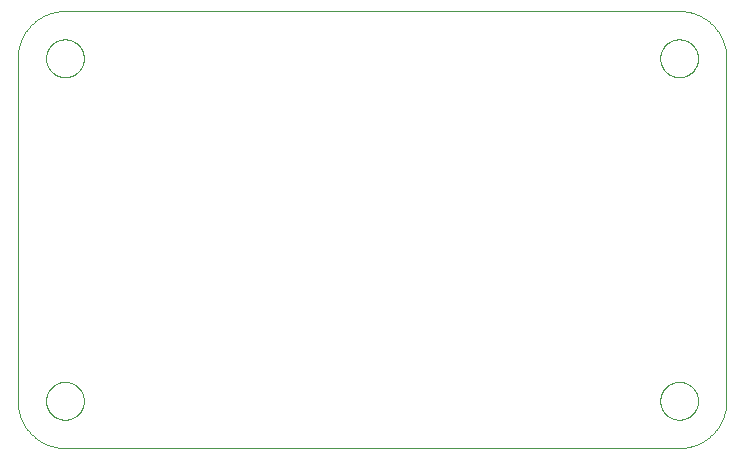
<source format=gko>
G75*
%MOIN*%
%OFA0B0*%
%FSLAX25Y25*%
%IPPOS*%
%LPD*%
%AMOC8*
5,1,8,0,0,1.08239X$1,22.5*
%
%ADD10C,0.00000*%
D10*
X0059614Y0034156D02*
X0264339Y0034156D01*
X0258040Y0049904D02*
X0258042Y0050062D01*
X0258048Y0050220D01*
X0258058Y0050378D01*
X0258072Y0050536D01*
X0258090Y0050693D01*
X0258111Y0050850D01*
X0258137Y0051006D01*
X0258167Y0051162D01*
X0258200Y0051317D01*
X0258238Y0051470D01*
X0258279Y0051623D01*
X0258324Y0051775D01*
X0258373Y0051926D01*
X0258426Y0052075D01*
X0258482Y0052223D01*
X0258542Y0052369D01*
X0258606Y0052514D01*
X0258674Y0052657D01*
X0258745Y0052799D01*
X0258819Y0052939D01*
X0258897Y0053076D01*
X0258979Y0053212D01*
X0259063Y0053346D01*
X0259152Y0053477D01*
X0259243Y0053606D01*
X0259338Y0053733D01*
X0259435Y0053858D01*
X0259536Y0053980D01*
X0259640Y0054099D01*
X0259747Y0054216D01*
X0259857Y0054330D01*
X0259970Y0054441D01*
X0260085Y0054550D01*
X0260203Y0054655D01*
X0260324Y0054757D01*
X0260447Y0054857D01*
X0260573Y0054953D01*
X0260701Y0055046D01*
X0260831Y0055136D01*
X0260964Y0055222D01*
X0261099Y0055306D01*
X0261235Y0055385D01*
X0261374Y0055462D01*
X0261515Y0055534D01*
X0261657Y0055604D01*
X0261801Y0055669D01*
X0261947Y0055731D01*
X0262094Y0055789D01*
X0262243Y0055844D01*
X0262393Y0055895D01*
X0262544Y0055942D01*
X0262696Y0055985D01*
X0262849Y0056024D01*
X0263004Y0056060D01*
X0263159Y0056091D01*
X0263315Y0056119D01*
X0263471Y0056143D01*
X0263628Y0056163D01*
X0263786Y0056179D01*
X0263943Y0056191D01*
X0264102Y0056199D01*
X0264260Y0056203D01*
X0264418Y0056203D01*
X0264576Y0056199D01*
X0264735Y0056191D01*
X0264892Y0056179D01*
X0265050Y0056163D01*
X0265207Y0056143D01*
X0265363Y0056119D01*
X0265519Y0056091D01*
X0265674Y0056060D01*
X0265829Y0056024D01*
X0265982Y0055985D01*
X0266134Y0055942D01*
X0266285Y0055895D01*
X0266435Y0055844D01*
X0266584Y0055789D01*
X0266731Y0055731D01*
X0266877Y0055669D01*
X0267021Y0055604D01*
X0267163Y0055534D01*
X0267304Y0055462D01*
X0267443Y0055385D01*
X0267579Y0055306D01*
X0267714Y0055222D01*
X0267847Y0055136D01*
X0267977Y0055046D01*
X0268105Y0054953D01*
X0268231Y0054857D01*
X0268354Y0054757D01*
X0268475Y0054655D01*
X0268593Y0054550D01*
X0268708Y0054441D01*
X0268821Y0054330D01*
X0268931Y0054216D01*
X0269038Y0054099D01*
X0269142Y0053980D01*
X0269243Y0053858D01*
X0269340Y0053733D01*
X0269435Y0053606D01*
X0269526Y0053477D01*
X0269615Y0053346D01*
X0269699Y0053212D01*
X0269781Y0053076D01*
X0269859Y0052939D01*
X0269933Y0052799D01*
X0270004Y0052657D01*
X0270072Y0052514D01*
X0270136Y0052369D01*
X0270196Y0052223D01*
X0270252Y0052075D01*
X0270305Y0051926D01*
X0270354Y0051775D01*
X0270399Y0051623D01*
X0270440Y0051470D01*
X0270478Y0051317D01*
X0270511Y0051162D01*
X0270541Y0051006D01*
X0270567Y0050850D01*
X0270588Y0050693D01*
X0270606Y0050536D01*
X0270620Y0050378D01*
X0270630Y0050220D01*
X0270636Y0050062D01*
X0270638Y0049904D01*
X0270636Y0049746D01*
X0270630Y0049588D01*
X0270620Y0049430D01*
X0270606Y0049272D01*
X0270588Y0049115D01*
X0270567Y0048958D01*
X0270541Y0048802D01*
X0270511Y0048646D01*
X0270478Y0048491D01*
X0270440Y0048338D01*
X0270399Y0048185D01*
X0270354Y0048033D01*
X0270305Y0047882D01*
X0270252Y0047733D01*
X0270196Y0047585D01*
X0270136Y0047439D01*
X0270072Y0047294D01*
X0270004Y0047151D01*
X0269933Y0047009D01*
X0269859Y0046869D01*
X0269781Y0046732D01*
X0269699Y0046596D01*
X0269615Y0046462D01*
X0269526Y0046331D01*
X0269435Y0046202D01*
X0269340Y0046075D01*
X0269243Y0045950D01*
X0269142Y0045828D01*
X0269038Y0045709D01*
X0268931Y0045592D01*
X0268821Y0045478D01*
X0268708Y0045367D01*
X0268593Y0045258D01*
X0268475Y0045153D01*
X0268354Y0045051D01*
X0268231Y0044951D01*
X0268105Y0044855D01*
X0267977Y0044762D01*
X0267847Y0044672D01*
X0267714Y0044586D01*
X0267579Y0044502D01*
X0267443Y0044423D01*
X0267304Y0044346D01*
X0267163Y0044274D01*
X0267021Y0044204D01*
X0266877Y0044139D01*
X0266731Y0044077D01*
X0266584Y0044019D01*
X0266435Y0043964D01*
X0266285Y0043913D01*
X0266134Y0043866D01*
X0265982Y0043823D01*
X0265829Y0043784D01*
X0265674Y0043748D01*
X0265519Y0043717D01*
X0265363Y0043689D01*
X0265207Y0043665D01*
X0265050Y0043645D01*
X0264892Y0043629D01*
X0264735Y0043617D01*
X0264576Y0043609D01*
X0264418Y0043605D01*
X0264260Y0043605D01*
X0264102Y0043609D01*
X0263943Y0043617D01*
X0263786Y0043629D01*
X0263628Y0043645D01*
X0263471Y0043665D01*
X0263315Y0043689D01*
X0263159Y0043717D01*
X0263004Y0043748D01*
X0262849Y0043784D01*
X0262696Y0043823D01*
X0262544Y0043866D01*
X0262393Y0043913D01*
X0262243Y0043964D01*
X0262094Y0044019D01*
X0261947Y0044077D01*
X0261801Y0044139D01*
X0261657Y0044204D01*
X0261515Y0044274D01*
X0261374Y0044346D01*
X0261235Y0044423D01*
X0261099Y0044502D01*
X0260964Y0044586D01*
X0260831Y0044672D01*
X0260701Y0044762D01*
X0260573Y0044855D01*
X0260447Y0044951D01*
X0260324Y0045051D01*
X0260203Y0045153D01*
X0260085Y0045258D01*
X0259970Y0045367D01*
X0259857Y0045478D01*
X0259747Y0045592D01*
X0259640Y0045709D01*
X0259536Y0045828D01*
X0259435Y0045950D01*
X0259338Y0046075D01*
X0259243Y0046202D01*
X0259152Y0046331D01*
X0259063Y0046462D01*
X0258979Y0046596D01*
X0258897Y0046732D01*
X0258819Y0046869D01*
X0258745Y0047009D01*
X0258674Y0047151D01*
X0258606Y0047294D01*
X0258542Y0047439D01*
X0258482Y0047585D01*
X0258426Y0047733D01*
X0258373Y0047882D01*
X0258324Y0048033D01*
X0258279Y0048185D01*
X0258238Y0048338D01*
X0258200Y0048491D01*
X0258167Y0048646D01*
X0258137Y0048802D01*
X0258111Y0048958D01*
X0258090Y0049115D01*
X0258072Y0049272D01*
X0258058Y0049430D01*
X0258048Y0049588D01*
X0258042Y0049746D01*
X0258040Y0049904D01*
X0264339Y0034156D02*
X0264720Y0034161D01*
X0265100Y0034174D01*
X0265480Y0034197D01*
X0265859Y0034230D01*
X0266237Y0034271D01*
X0266614Y0034321D01*
X0266990Y0034381D01*
X0267365Y0034449D01*
X0267737Y0034527D01*
X0268108Y0034614D01*
X0268476Y0034709D01*
X0268842Y0034814D01*
X0269205Y0034927D01*
X0269566Y0035049D01*
X0269923Y0035179D01*
X0270277Y0035319D01*
X0270628Y0035466D01*
X0270975Y0035623D01*
X0271318Y0035787D01*
X0271657Y0035960D01*
X0271992Y0036141D01*
X0272323Y0036330D01*
X0272648Y0036527D01*
X0272969Y0036731D01*
X0273285Y0036944D01*
X0273595Y0037164D01*
X0273901Y0037391D01*
X0274200Y0037626D01*
X0274494Y0037868D01*
X0274782Y0038116D01*
X0275064Y0038372D01*
X0275339Y0038635D01*
X0275608Y0038904D01*
X0275871Y0039179D01*
X0276127Y0039461D01*
X0276375Y0039749D01*
X0276617Y0040043D01*
X0276852Y0040342D01*
X0277079Y0040648D01*
X0277299Y0040958D01*
X0277512Y0041274D01*
X0277716Y0041595D01*
X0277913Y0041920D01*
X0278102Y0042251D01*
X0278283Y0042586D01*
X0278456Y0042925D01*
X0278620Y0043268D01*
X0278777Y0043615D01*
X0278924Y0043966D01*
X0279064Y0044320D01*
X0279194Y0044677D01*
X0279316Y0045038D01*
X0279429Y0045401D01*
X0279534Y0045767D01*
X0279629Y0046135D01*
X0279716Y0046506D01*
X0279794Y0046878D01*
X0279862Y0047253D01*
X0279922Y0047629D01*
X0279972Y0048006D01*
X0280013Y0048384D01*
X0280046Y0048763D01*
X0280069Y0049143D01*
X0280082Y0049523D01*
X0280087Y0049904D01*
X0280087Y0164077D01*
X0258040Y0164077D02*
X0258042Y0164235D01*
X0258048Y0164393D01*
X0258058Y0164551D01*
X0258072Y0164709D01*
X0258090Y0164866D01*
X0258111Y0165023D01*
X0258137Y0165179D01*
X0258167Y0165335D01*
X0258200Y0165490D01*
X0258238Y0165643D01*
X0258279Y0165796D01*
X0258324Y0165948D01*
X0258373Y0166099D01*
X0258426Y0166248D01*
X0258482Y0166396D01*
X0258542Y0166542D01*
X0258606Y0166687D01*
X0258674Y0166830D01*
X0258745Y0166972D01*
X0258819Y0167112D01*
X0258897Y0167249D01*
X0258979Y0167385D01*
X0259063Y0167519D01*
X0259152Y0167650D01*
X0259243Y0167779D01*
X0259338Y0167906D01*
X0259435Y0168031D01*
X0259536Y0168153D01*
X0259640Y0168272D01*
X0259747Y0168389D01*
X0259857Y0168503D01*
X0259970Y0168614D01*
X0260085Y0168723D01*
X0260203Y0168828D01*
X0260324Y0168930D01*
X0260447Y0169030D01*
X0260573Y0169126D01*
X0260701Y0169219D01*
X0260831Y0169309D01*
X0260964Y0169395D01*
X0261099Y0169479D01*
X0261235Y0169558D01*
X0261374Y0169635D01*
X0261515Y0169707D01*
X0261657Y0169777D01*
X0261801Y0169842D01*
X0261947Y0169904D01*
X0262094Y0169962D01*
X0262243Y0170017D01*
X0262393Y0170068D01*
X0262544Y0170115D01*
X0262696Y0170158D01*
X0262849Y0170197D01*
X0263004Y0170233D01*
X0263159Y0170264D01*
X0263315Y0170292D01*
X0263471Y0170316D01*
X0263628Y0170336D01*
X0263786Y0170352D01*
X0263943Y0170364D01*
X0264102Y0170372D01*
X0264260Y0170376D01*
X0264418Y0170376D01*
X0264576Y0170372D01*
X0264735Y0170364D01*
X0264892Y0170352D01*
X0265050Y0170336D01*
X0265207Y0170316D01*
X0265363Y0170292D01*
X0265519Y0170264D01*
X0265674Y0170233D01*
X0265829Y0170197D01*
X0265982Y0170158D01*
X0266134Y0170115D01*
X0266285Y0170068D01*
X0266435Y0170017D01*
X0266584Y0169962D01*
X0266731Y0169904D01*
X0266877Y0169842D01*
X0267021Y0169777D01*
X0267163Y0169707D01*
X0267304Y0169635D01*
X0267443Y0169558D01*
X0267579Y0169479D01*
X0267714Y0169395D01*
X0267847Y0169309D01*
X0267977Y0169219D01*
X0268105Y0169126D01*
X0268231Y0169030D01*
X0268354Y0168930D01*
X0268475Y0168828D01*
X0268593Y0168723D01*
X0268708Y0168614D01*
X0268821Y0168503D01*
X0268931Y0168389D01*
X0269038Y0168272D01*
X0269142Y0168153D01*
X0269243Y0168031D01*
X0269340Y0167906D01*
X0269435Y0167779D01*
X0269526Y0167650D01*
X0269615Y0167519D01*
X0269699Y0167385D01*
X0269781Y0167249D01*
X0269859Y0167112D01*
X0269933Y0166972D01*
X0270004Y0166830D01*
X0270072Y0166687D01*
X0270136Y0166542D01*
X0270196Y0166396D01*
X0270252Y0166248D01*
X0270305Y0166099D01*
X0270354Y0165948D01*
X0270399Y0165796D01*
X0270440Y0165643D01*
X0270478Y0165490D01*
X0270511Y0165335D01*
X0270541Y0165179D01*
X0270567Y0165023D01*
X0270588Y0164866D01*
X0270606Y0164709D01*
X0270620Y0164551D01*
X0270630Y0164393D01*
X0270636Y0164235D01*
X0270638Y0164077D01*
X0270636Y0163919D01*
X0270630Y0163761D01*
X0270620Y0163603D01*
X0270606Y0163445D01*
X0270588Y0163288D01*
X0270567Y0163131D01*
X0270541Y0162975D01*
X0270511Y0162819D01*
X0270478Y0162664D01*
X0270440Y0162511D01*
X0270399Y0162358D01*
X0270354Y0162206D01*
X0270305Y0162055D01*
X0270252Y0161906D01*
X0270196Y0161758D01*
X0270136Y0161612D01*
X0270072Y0161467D01*
X0270004Y0161324D01*
X0269933Y0161182D01*
X0269859Y0161042D01*
X0269781Y0160905D01*
X0269699Y0160769D01*
X0269615Y0160635D01*
X0269526Y0160504D01*
X0269435Y0160375D01*
X0269340Y0160248D01*
X0269243Y0160123D01*
X0269142Y0160001D01*
X0269038Y0159882D01*
X0268931Y0159765D01*
X0268821Y0159651D01*
X0268708Y0159540D01*
X0268593Y0159431D01*
X0268475Y0159326D01*
X0268354Y0159224D01*
X0268231Y0159124D01*
X0268105Y0159028D01*
X0267977Y0158935D01*
X0267847Y0158845D01*
X0267714Y0158759D01*
X0267579Y0158675D01*
X0267443Y0158596D01*
X0267304Y0158519D01*
X0267163Y0158447D01*
X0267021Y0158377D01*
X0266877Y0158312D01*
X0266731Y0158250D01*
X0266584Y0158192D01*
X0266435Y0158137D01*
X0266285Y0158086D01*
X0266134Y0158039D01*
X0265982Y0157996D01*
X0265829Y0157957D01*
X0265674Y0157921D01*
X0265519Y0157890D01*
X0265363Y0157862D01*
X0265207Y0157838D01*
X0265050Y0157818D01*
X0264892Y0157802D01*
X0264735Y0157790D01*
X0264576Y0157782D01*
X0264418Y0157778D01*
X0264260Y0157778D01*
X0264102Y0157782D01*
X0263943Y0157790D01*
X0263786Y0157802D01*
X0263628Y0157818D01*
X0263471Y0157838D01*
X0263315Y0157862D01*
X0263159Y0157890D01*
X0263004Y0157921D01*
X0262849Y0157957D01*
X0262696Y0157996D01*
X0262544Y0158039D01*
X0262393Y0158086D01*
X0262243Y0158137D01*
X0262094Y0158192D01*
X0261947Y0158250D01*
X0261801Y0158312D01*
X0261657Y0158377D01*
X0261515Y0158447D01*
X0261374Y0158519D01*
X0261235Y0158596D01*
X0261099Y0158675D01*
X0260964Y0158759D01*
X0260831Y0158845D01*
X0260701Y0158935D01*
X0260573Y0159028D01*
X0260447Y0159124D01*
X0260324Y0159224D01*
X0260203Y0159326D01*
X0260085Y0159431D01*
X0259970Y0159540D01*
X0259857Y0159651D01*
X0259747Y0159765D01*
X0259640Y0159882D01*
X0259536Y0160001D01*
X0259435Y0160123D01*
X0259338Y0160248D01*
X0259243Y0160375D01*
X0259152Y0160504D01*
X0259063Y0160635D01*
X0258979Y0160769D01*
X0258897Y0160905D01*
X0258819Y0161042D01*
X0258745Y0161182D01*
X0258674Y0161324D01*
X0258606Y0161467D01*
X0258542Y0161612D01*
X0258482Y0161758D01*
X0258426Y0161906D01*
X0258373Y0162055D01*
X0258324Y0162206D01*
X0258279Y0162358D01*
X0258238Y0162511D01*
X0258200Y0162664D01*
X0258167Y0162819D01*
X0258137Y0162975D01*
X0258111Y0163131D01*
X0258090Y0163288D01*
X0258072Y0163445D01*
X0258058Y0163603D01*
X0258048Y0163761D01*
X0258042Y0163919D01*
X0258040Y0164077D01*
X0264339Y0179825D02*
X0264720Y0179820D01*
X0265100Y0179807D01*
X0265480Y0179784D01*
X0265859Y0179751D01*
X0266237Y0179710D01*
X0266614Y0179660D01*
X0266990Y0179600D01*
X0267365Y0179532D01*
X0267737Y0179454D01*
X0268108Y0179367D01*
X0268476Y0179272D01*
X0268842Y0179167D01*
X0269205Y0179054D01*
X0269566Y0178932D01*
X0269923Y0178802D01*
X0270277Y0178662D01*
X0270628Y0178515D01*
X0270975Y0178358D01*
X0271318Y0178194D01*
X0271657Y0178021D01*
X0271992Y0177840D01*
X0272323Y0177651D01*
X0272648Y0177454D01*
X0272969Y0177250D01*
X0273285Y0177037D01*
X0273595Y0176817D01*
X0273901Y0176590D01*
X0274200Y0176355D01*
X0274494Y0176113D01*
X0274782Y0175865D01*
X0275064Y0175609D01*
X0275339Y0175346D01*
X0275608Y0175077D01*
X0275871Y0174802D01*
X0276127Y0174520D01*
X0276375Y0174232D01*
X0276617Y0173938D01*
X0276852Y0173639D01*
X0277079Y0173333D01*
X0277299Y0173023D01*
X0277512Y0172707D01*
X0277716Y0172386D01*
X0277913Y0172061D01*
X0278102Y0171730D01*
X0278283Y0171395D01*
X0278456Y0171056D01*
X0278620Y0170713D01*
X0278777Y0170366D01*
X0278924Y0170015D01*
X0279064Y0169661D01*
X0279194Y0169304D01*
X0279316Y0168943D01*
X0279429Y0168580D01*
X0279534Y0168214D01*
X0279629Y0167846D01*
X0279716Y0167475D01*
X0279794Y0167103D01*
X0279862Y0166728D01*
X0279922Y0166352D01*
X0279972Y0165975D01*
X0280013Y0165597D01*
X0280046Y0165218D01*
X0280069Y0164838D01*
X0280082Y0164458D01*
X0280087Y0164077D01*
X0280082Y0164458D01*
X0280069Y0164838D01*
X0280046Y0165218D01*
X0280013Y0165597D01*
X0279972Y0165975D01*
X0279922Y0166352D01*
X0279862Y0166728D01*
X0279794Y0167103D01*
X0279716Y0167475D01*
X0279629Y0167846D01*
X0279534Y0168214D01*
X0279429Y0168580D01*
X0279316Y0168943D01*
X0279194Y0169304D01*
X0279064Y0169661D01*
X0278924Y0170015D01*
X0278777Y0170366D01*
X0278620Y0170713D01*
X0278456Y0171056D01*
X0278283Y0171395D01*
X0278102Y0171730D01*
X0277913Y0172061D01*
X0277716Y0172386D01*
X0277512Y0172707D01*
X0277299Y0173023D01*
X0277079Y0173333D01*
X0276852Y0173639D01*
X0276617Y0173938D01*
X0276375Y0174232D01*
X0276127Y0174520D01*
X0275871Y0174802D01*
X0275608Y0175077D01*
X0275339Y0175346D01*
X0275064Y0175609D01*
X0274782Y0175865D01*
X0274494Y0176113D01*
X0274200Y0176355D01*
X0273901Y0176590D01*
X0273595Y0176817D01*
X0273285Y0177037D01*
X0272969Y0177250D01*
X0272648Y0177454D01*
X0272323Y0177651D01*
X0271992Y0177840D01*
X0271657Y0178021D01*
X0271318Y0178194D01*
X0270975Y0178358D01*
X0270628Y0178515D01*
X0270277Y0178662D01*
X0269923Y0178802D01*
X0269566Y0178932D01*
X0269205Y0179054D01*
X0268842Y0179167D01*
X0268476Y0179272D01*
X0268108Y0179367D01*
X0267737Y0179454D01*
X0267365Y0179532D01*
X0266990Y0179600D01*
X0266614Y0179660D01*
X0266237Y0179710D01*
X0265859Y0179751D01*
X0265480Y0179784D01*
X0265100Y0179807D01*
X0264720Y0179820D01*
X0264339Y0179825D01*
X0059614Y0179825D01*
X0053315Y0164077D02*
X0053317Y0164235D01*
X0053323Y0164393D01*
X0053333Y0164551D01*
X0053347Y0164709D01*
X0053365Y0164866D01*
X0053386Y0165023D01*
X0053412Y0165179D01*
X0053442Y0165335D01*
X0053475Y0165490D01*
X0053513Y0165643D01*
X0053554Y0165796D01*
X0053599Y0165948D01*
X0053648Y0166099D01*
X0053701Y0166248D01*
X0053757Y0166396D01*
X0053817Y0166542D01*
X0053881Y0166687D01*
X0053949Y0166830D01*
X0054020Y0166972D01*
X0054094Y0167112D01*
X0054172Y0167249D01*
X0054254Y0167385D01*
X0054338Y0167519D01*
X0054427Y0167650D01*
X0054518Y0167779D01*
X0054613Y0167906D01*
X0054710Y0168031D01*
X0054811Y0168153D01*
X0054915Y0168272D01*
X0055022Y0168389D01*
X0055132Y0168503D01*
X0055245Y0168614D01*
X0055360Y0168723D01*
X0055478Y0168828D01*
X0055599Y0168930D01*
X0055722Y0169030D01*
X0055848Y0169126D01*
X0055976Y0169219D01*
X0056106Y0169309D01*
X0056239Y0169395D01*
X0056374Y0169479D01*
X0056510Y0169558D01*
X0056649Y0169635D01*
X0056790Y0169707D01*
X0056932Y0169777D01*
X0057076Y0169842D01*
X0057222Y0169904D01*
X0057369Y0169962D01*
X0057518Y0170017D01*
X0057668Y0170068D01*
X0057819Y0170115D01*
X0057971Y0170158D01*
X0058124Y0170197D01*
X0058279Y0170233D01*
X0058434Y0170264D01*
X0058590Y0170292D01*
X0058746Y0170316D01*
X0058903Y0170336D01*
X0059061Y0170352D01*
X0059218Y0170364D01*
X0059377Y0170372D01*
X0059535Y0170376D01*
X0059693Y0170376D01*
X0059851Y0170372D01*
X0060010Y0170364D01*
X0060167Y0170352D01*
X0060325Y0170336D01*
X0060482Y0170316D01*
X0060638Y0170292D01*
X0060794Y0170264D01*
X0060949Y0170233D01*
X0061104Y0170197D01*
X0061257Y0170158D01*
X0061409Y0170115D01*
X0061560Y0170068D01*
X0061710Y0170017D01*
X0061859Y0169962D01*
X0062006Y0169904D01*
X0062152Y0169842D01*
X0062296Y0169777D01*
X0062438Y0169707D01*
X0062579Y0169635D01*
X0062718Y0169558D01*
X0062854Y0169479D01*
X0062989Y0169395D01*
X0063122Y0169309D01*
X0063252Y0169219D01*
X0063380Y0169126D01*
X0063506Y0169030D01*
X0063629Y0168930D01*
X0063750Y0168828D01*
X0063868Y0168723D01*
X0063983Y0168614D01*
X0064096Y0168503D01*
X0064206Y0168389D01*
X0064313Y0168272D01*
X0064417Y0168153D01*
X0064518Y0168031D01*
X0064615Y0167906D01*
X0064710Y0167779D01*
X0064801Y0167650D01*
X0064890Y0167519D01*
X0064974Y0167385D01*
X0065056Y0167249D01*
X0065134Y0167112D01*
X0065208Y0166972D01*
X0065279Y0166830D01*
X0065347Y0166687D01*
X0065411Y0166542D01*
X0065471Y0166396D01*
X0065527Y0166248D01*
X0065580Y0166099D01*
X0065629Y0165948D01*
X0065674Y0165796D01*
X0065715Y0165643D01*
X0065753Y0165490D01*
X0065786Y0165335D01*
X0065816Y0165179D01*
X0065842Y0165023D01*
X0065863Y0164866D01*
X0065881Y0164709D01*
X0065895Y0164551D01*
X0065905Y0164393D01*
X0065911Y0164235D01*
X0065913Y0164077D01*
X0065911Y0163919D01*
X0065905Y0163761D01*
X0065895Y0163603D01*
X0065881Y0163445D01*
X0065863Y0163288D01*
X0065842Y0163131D01*
X0065816Y0162975D01*
X0065786Y0162819D01*
X0065753Y0162664D01*
X0065715Y0162511D01*
X0065674Y0162358D01*
X0065629Y0162206D01*
X0065580Y0162055D01*
X0065527Y0161906D01*
X0065471Y0161758D01*
X0065411Y0161612D01*
X0065347Y0161467D01*
X0065279Y0161324D01*
X0065208Y0161182D01*
X0065134Y0161042D01*
X0065056Y0160905D01*
X0064974Y0160769D01*
X0064890Y0160635D01*
X0064801Y0160504D01*
X0064710Y0160375D01*
X0064615Y0160248D01*
X0064518Y0160123D01*
X0064417Y0160001D01*
X0064313Y0159882D01*
X0064206Y0159765D01*
X0064096Y0159651D01*
X0063983Y0159540D01*
X0063868Y0159431D01*
X0063750Y0159326D01*
X0063629Y0159224D01*
X0063506Y0159124D01*
X0063380Y0159028D01*
X0063252Y0158935D01*
X0063122Y0158845D01*
X0062989Y0158759D01*
X0062854Y0158675D01*
X0062718Y0158596D01*
X0062579Y0158519D01*
X0062438Y0158447D01*
X0062296Y0158377D01*
X0062152Y0158312D01*
X0062006Y0158250D01*
X0061859Y0158192D01*
X0061710Y0158137D01*
X0061560Y0158086D01*
X0061409Y0158039D01*
X0061257Y0157996D01*
X0061104Y0157957D01*
X0060949Y0157921D01*
X0060794Y0157890D01*
X0060638Y0157862D01*
X0060482Y0157838D01*
X0060325Y0157818D01*
X0060167Y0157802D01*
X0060010Y0157790D01*
X0059851Y0157782D01*
X0059693Y0157778D01*
X0059535Y0157778D01*
X0059377Y0157782D01*
X0059218Y0157790D01*
X0059061Y0157802D01*
X0058903Y0157818D01*
X0058746Y0157838D01*
X0058590Y0157862D01*
X0058434Y0157890D01*
X0058279Y0157921D01*
X0058124Y0157957D01*
X0057971Y0157996D01*
X0057819Y0158039D01*
X0057668Y0158086D01*
X0057518Y0158137D01*
X0057369Y0158192D01*
X0057222Y0158250D01*
X0057076Y0158312D01*
X0056932Y0158377D01*
X0056790Y0158447D01*
X0056649Y0158519D01*
X0056510Y0158596D01*
X0056374Y0158675D01*
X0056239Y0158759D01*
X0056106Y0158845D01*
X0055976Y0158935D01*
X0055848Y0159028D01*
X0055722Y0159124D01*
X0055599Y0159224D01*
X0055478Y0159326D01*
X0055360Y0159431D01*
X0055245Y0159540D01*
X0055132Y0159651D01*
X0055022Y0159765D01*
X0054915Y0159882D01*
X0054811Y0160001D01*
X0054710Y0160123D01*
X0054613Y0160248D01*
X0054518Y0160375D01*
X0054427Y0160504D01*
X0054338Y0160635D01*
X0054254Y0160769D01*
X0054172Y0160905D01*
X0054094Y0161042D01*
X0054020Y0161182D01*
X0053949Y0161324D01*
X0053881Y0161467D01*
X0053817Y0161612D01*
X0053757Y0161758D01*
X0053701Y0161906D01*
X0053648Y0162055D01*
X0053599Y0162206D01*
X0053554Y0162358D01*
X0053513Y0162511D01*
X0053475Y0162664D01*
X0053442Y0162819D01*
X0053412Y0162975D01*
X0053386Y0163131D01*
X0053365Y0163288D01*
X0053347Y0163445D01*
X0053333Y0163603D01*
X0053323Y0163761D01*
X0053317Y0163919D01*
X0053315Y0164077D01*
X0043866Y0164077D02*
X0043871Y0164458D01*
X0043884Y0164838D01*
X0043907Y0165218D01*
X0043940Y0165597D01*
X0043981Y0165975D01*
X0044031Y0166352D01*
X0044091Y0166728D01*
X0044159Y0167103D01*
X0044237Y0167475D01*
X0044324Y0167846D01*
X0044419Y0168214D01*
X0044524Y0168580D01*
X0044637Y0168943D01*
X0044759Y0169304D01*
X0044889Y0169661D01*
X0045029Y0170015D01*
X0045176Y0170366D01*
X0045333Y0170713D01*
X0045497Y0171056D01*
X0045670Y0171395D01*
X0045851Y0171730D01*
X0046040Y0172061D01*
X0046237Y0172386D01*
X0046441Y0172707D01*
X0046654Y0173023D01*
X0046874Y0173333D01*
X0047101Y0173639D01*
X0047336Y0173938D01*
X0047578Y0174232D01*
X0047826Y0174520D01*
X0048082Y0174802D01*
X0048345Y0175077D01*
X0048614Y0175346D01*
X0048889Y0175609D01*
X0049171Y0175865D01*
X0049459Y0176113D01*
X0049753Y0176355D01*
X0050052Y0176590D01*
X0050358Y0176817D01*
X0050668Y0177037D01*
X0050984Y0177250D01*
X0051305Y0177454D01*
X0051630Y0177651D01*
X0051961Y0177840D01*
X0052296Y0178021D01*
X0052635Y0178194D01*
X0052978Y0178358D01*
X0053325Y0178515D01*
X0053676Y0178662D01*
X0054030Y0178802D01*
X0054387Y0178932D01*
X0054748Y0179054D01*
X0055111Y0179167D01*
X0055477Y0179272D01*
X0055845Y0179367D01*
X0056216Y0179454D01*
X0056588Y0179532D01*
X0056963Y0179600D01*
X0057339Y0179660D01*
X0057716Y0179710D01*
X0058094Y0179751D01*
X0058473Y0179784D01*
X0058853Y0179807D01*
X0059233Y0179820D01*
X0059614Y0179825D01*
X0059233Y0179820D01*
X0058853Y0179807D01*
X0058473Y0179784D01*
X0058094Y0179751D01*
X0057716Y0179710D01*
X0057339Y0179660D01*
X0056963Y0179600D01*
X0056588Y0179532D01*
X0056216Y0179454D01*
X0055845Y0179367D01*
X0055477Y0179272D01*
X0055111Y0179167D01*
X0054748Y0179054D01*
X0054387Y0178932D01*
X0054030Y0178802D01*
X0053676Y0178662D01*
X0053325Y0178515D01*
X0052978Y0178358D01*
X0052635Y0178194D01*
X0052296Y0178021D01*
X0051961Y0177840D01*
X0051630Y0177651D01*
X0051305Y0177454D01*
X0050984Y0177250D01*
X0050668Y0177037D01*
X0050358Y0176817D01*
X0050052Y0176590D01*
X0049753Y0176355D01*
X0049459Y0176113D01*
X0049171Y0175865D01*
X0048889Y0175609D01*
X0048614Y0175346D01*
X0048345Y0175077D01*
X0048082Y0174802D01*
X0047826Y0174520D01*
X0047578Y0174232D01*
X0047336Y0173938D01*
X0047101Y0173639D01*
X0046874Y0173333D01*
X0046654Y0173023D01*
X0046441Y0172707D01*
X0046237Y0172386D01*
X0046040Y0172061D01*
X0045851Y0171730D01*
X0045670Y0171395D01*
X0045497Y0171056D01*
X0045333Y0170713D01*
X0045176Y0170366D01*
X0045029Y0170015D01*
X0044889Y0169661D01*
X0044759Y0169304D01*
X0044637Y0168943D01*
X0044524Y0168580D01*
X0044419Y0168214D01*
X0044324Y0167846D01*
X0044237Y0167475D01*
X0044159Y0167103D01*
X0044091Y0166728D01*
X0044031Y0166352D01*
X0043981Y0165975D01*
X0043940Y0165597D01*
X0043907Y0165218D01*
X0043884Y0164838D01*
X0043871Y0164458D01*
X0043866Y0164077D01*
X0043866Y0049904D01*
X0053315Y0049904D02*
X0053317Y0050062D01*
X0053323Y0050220D01*
X0053333Y0050378D01*
X0053347Y0050536D01*
X0053365Y0050693D01*
X0053386Y0050850D01*
X0053412Y0051006D01*
X0053442Y0051162D01*
X0053475Y0051317D01*
X0053513Y0051470D01*
X0053554Y0051623D01*
X0053599Y0051775D01*
X0053648Y0051926D01*
X0053701Y0052075D01*
X0053757Y0052223D01*
X0053817Y0052369D01*
X0053881Y0052514D01*
X0053949Y0052657D01*
X0054020Y0052799D01*
X0054094Y0052939D01*
X0054172Y0053076D01*
X0054254Y0053212D01*
X0054338Y0053346D01*
X0054427Y0053477D01*
X0054518Y0053606D01*
X0054613Y0053733D01*
X0054710Y0053858D01*
X0054811Y0053980D01*
X0054915Y0054099D01*
X0055022Y0054216D01*
X0055132Y0054330D01*
X0055245Y0054441D01*
X0055360Y0054550D01*
X0055478Y0054655D01*
X0055599Y0054757D01*
X0055722Y0054857D01*
X0055848Y0054953D01*
X0055976Y0055046D01*
X0056106Y0055136D01*
X0056239Y0055222D01*
X0056374Y0055306D01*
X0056510Y0055385D01*
X0056649Y0055462D01*
X0056790Y0055534D01*
X0056932Y0055604D01*
X0057076Y0055669D01*
X0057222Y0055731D01*
X0057369Y0055789D01*
X0057518Y0055844D01*
X0057668Y0055895D01*
X0057819Y0055942D01*
X0057971Y0055985D01*
X0058124Y0056024D01*
X0058279Y0056060D01*
X0058434Y0056091D01*
X0058590Y0056119D01*
X0058746Y0056143D01*
X0058903Y0056163D01*
X0059061Y0056179D01*
X0059218Y0056191D01*
X0059377Y0056199D01*
X0059535Y0056203D01*
X0059693Y0056203D01*
X0059851Y0056199D01*
X0060010Y0056191D01*
X0060167Y0056179D01*
X0060325Y0056163D01*
X0060482Y0056143D01*
X0060638Y0056119D01*
X0060794Y0056091D01*
X0060949Y0056060D01*
X0061104Y0056024D01*
X0061257Y0055985D01*
X0061409Y0055942D01*
X0061560Y0055895D01*
X0061710Y0055844D01*
X0061859Y0055789D01*
X0062006Y0055731D01*
X0062152Y0055669D01*
X0062296Y0055604D01*
X0062438Y0055534D01*
X0062579Y0055462D01*
X0062718Y0055385D01*
X0062854Y0055306D01*
X0062989Y0055222D01*
X0063122Y0055136D01*
X0063252Y0055046D01*
X0063380Y0054953D01*
X0063506Y0054857D01*
X0063629Y0054757D01*
X0063750Y0054655D01*
X0063868Y0054550D01*
X0063983Y0054441D01*
X0064096Y0054330D01*
X0064206Y0054216D01*
X0064313Y0054099D01*
X0064417Y0053980D01*
X0064518Y0053858D01*
X0064615Y0053733D01*
X0064710Y0053606D01*
X0064801Y0053477D01*
X0064890Y0053346D01*
X0064974Y0053212D01*
X0065056Y0053076D01*
X0065134Y0052939D01*
X0065208Y0052799D01*
X0065279Y0052657D01*
X0065347Y0052514D01*
X0065411Y0052369D01*
X0065471Y0052223D01*
X0065527Y0052075D01*
X0065580Y0051926D01*
X0065629Y0051775D01*
X0065674Y0051623D01*
X0065715Y0051470D01*
X0065753Y0051317D01*
X0065786Y0051162D01*
X0065816Y0051006D01*
X0065842Y0050850D01*
X0065863Y0050693D01*
X0065881Y0050536D01*
X0065895Y0050378D01*
X0065905Y0050220D01*
X0065911Y0050062D01*
X0065913Y0049904D01*
X0065911Y0049746D01*
X0065905Y0049588D01*
X0065895Y0049430D01*
X0065881Y0049272D01*
X0065863Y0049115D01*
X0065842Y0048958D01*
X0065816Y0048802D01*
X0065786Y0048646D01*
X0065753Y0048491D01*
X0065715Y0048338D01*
X0065674Y0048185D01*
X0065629Y0048033D01*
X0065580Y0047882D01*
X0065527Y0047733D01*
X0065471Y0047585D01*
X0065411Y0047439D01*
X0065347Y0047294D01*
X0065279Y0047151D01*
X0065208Y0047009D01*
X0065134Y0046869D01*
X0065056Y0046732D01*
X0064974Y0046596D01*
X0064890Y0046462D01*
X0064801Y0046331D01*
X0064710Y0046202D01*
X0064615Y0046075D01*
X0064518Y0045950D01*
X0064417Y0045828D01*
X0064313Y0045709D01*
X0064206Y0045592D01*
X0064096Y0045478D01*
X0063983Y0045367D01*
X0063868Y0045258D01*
X0063750Y0045153D01*
X0063629Y0045051D01*
X0063506Y0044951D01*
X0063380Y0044855D01*
X0063252Y0044762D01*
X0063122Y0044672D01*
X0062989Y0044586D01*
X0062854Y0044502D01*
X0062718Y0044423D01*
X0062579Y0044346D01*
X0062438Y0044274D01*
X0062296Y0044204D01*
X0062152Y0044139D01*
X0062006Y0044077D01*
X0061859Y0044019D01*
X0061710Y0043964D01*
X0061560Y0043913D01*
X0061409Y0043866D01*
X0061257Y0043823D01*
X0061104Y0043784D01*
X0060949Y0043748D01*
X0060794Y0043717D01*
X0060638Y0043689D01*
X0060482Y0043665D01*
X0060325Y0043645D01*
X0060167Y0043629D01*
X0060010Y0043617D01*
X0059851Y0043609D01*
X0059693Y0043605D01*
X0059535Y0043605D01*
X0059377Y0043609D01*
X0059218Y0043617D01*
X0059061Y0043629D01*
X0058903Y0043645D01*
X0058746Y0043665D01*
X0058590Y0043689D01*
X0058434Y0043717D01*
X0058279Y0043748D01*
X0058124Y0043784D01*
X0057971Y0043823D01*
X0057819Y0043866D01*
X0057668Y0043913D01*
X0057518Y0043964D01*
X0057369Y0044019D01*
X0057222Y0044077D01*
X0057076Y0044139D01*
X0056932Y0044204D01*
X0056790Y0044274D01*
X0056649Y0044346D01*
X0056510Y0044423D01*
X0056374Y0044502D01*
X0056239Y0044586D01*
X0056106Y0044672D01*
X0055976Y0044762D01*
X0055848Y0044855D01*
X0055722Y0044951D01*
X0055599Y0045051D01*
X0055478Y0045153D01*
X0055360Y0045258D01*
X0055245Y0045367D01*
X0055132Y0045478D01*
X0055022Y0045592D01*
X0054915Y0045709D01*
X0054811Y0045828D01*
X0054710Y0045950D01*
X0054613Y0046075D01*
X0054518Y0046202D01*
X0054427Y0046331D01*
X0054338Y0046462D01*
X0054254Y0046596D01*
X0054172Y0046732D01*
X0054094Y0046869D01*
X0054020Y0047009D01*
X0053949Y0047151D01*
X0053881Y0047294D01*
X0053817Y0047439D01*
X0053757Y0047585D01*
X0053701Y0047733D01*
X0053648Y0047882D01*
X0053599Y0048033D01*
X0053554Y0048185D01*
X0053513Y0048338D01*
X0053475Y0048491D01*
X0053442Y0048646D01*
X0053412Y0048802D01*
X0053386Y0048958D01*
X0053365Y0049115D01*
X0053347Y0049272D01*
X0053333Y0049430D01*
X0053323Y0049588D01*
X0053317Y0049746D01*
X0053315Y0049904D01*
X0043866Y0049904D02*
X0043871Y0049523D01*
X0043884Y0049143D01*
X0043907Y0048763D01*
X0043940Y0048384D01*
X0043981Y0048006D01*
X0044031Y0047629D01*
X0044091Y0047253D01*
X0044159Y0046878D01*
X0044237Y0046506D01*
X0044324Y0046135D01*
X0044419Y0045767D01*
X0044524Y0045401D01*
X0044637Y0045038D01*
X0044759Y0044677D01*
X0044889Y0044320D01*
X0045029Y0043966D01*
X0045176Y0043615D01*
X0045333Y0043268D01*
X0045497Y0042925D01*
X0045670Y0042586D01*
X0045851Y0042251D01*
X0046040Y0041920D01*
X0046237Y0041595D01*
X0046441Y0041274D01*
X0046654Y0040958D01*
X0046874Y0040648D01*
X0047101Y0040342D01*
X0047336Y0040043D01*
X0047578Y0039749D01*
X0047826Y0039461D01*
X0048082Y0039179D01*
X0048345Y0038904D01*
X0048614Y0038635D01*
X0048889Y0038372D01*
X0049171Y0038116D01*
X0049459Y0037868D01*
X0049753Y0037626D01*
X0050052Y0037391D01*
X0050358Y0037164D01*
X0050668Y0036944D01*
X0050984Y0036731D01*
X0051305Y0036527D01*
X0051630Y0036330D01*
X0051961Y0036141D01*
X0052296Y0035960D01*
X0052635Y0035787D01*
X0052978Y0035623D01*
X0053325Y0035466D01*
X0053676Y0035319D01*
X0054030Y0035179D01*
X0054387Y0035049D01*
X0054748Y0034927D01*
X0055111Y0034814D01*
X0055477Y0034709D01*
X0055845Y0034614D01*
X0056216Y0034527D01*
X0056588Y0034449D01*
X0056963Y0034381D01*
X0057339Y0034321D01*
X0057716Y0034271D01*
X0058094Y0034230D01*
X0058473Y0034197D01*
X0058853Y0034174D01*
X0059233Y0034161D01*
X0059614Y0034156D01*
X0059233Y0034161D01*
X0058853Y0034174D01*
X0058473Y0034197D01*
X0058094Y0034230D01*
X0057716Y0034271D01*
X0057339Y0034321D01*
X0056963Y0034381D01*
X0056588Y0034449D01*
X0056216Y0034527D01*
X0055845Y0034614D01*
X0055477Y0034709D01*
X0055111Y0034814D01*
X0054748Y0034927D01*
X0054387Y0035049D01*
X0054030Y0035179D01*
X0053676Y0035319D01*
X0053325Y0035466D01*
X0052978Y0035623D01*
X0052635Y0035787D01*
X0052296Y0035960D01*
X0051961Y0036141D01*
X0051630Y0036330D01*
X0051305Y0036527D01*
X0050984Y0036731D01*
X0050668Y0036944D01*
X0050358Y0037164D01*
X0050052Y0037391D01*
X0049753Y0037626D01*
X0049459Y0037868D01*
X0049171Y0038116D01*
X0048889Y0038372D01*
X0048614Y0038635D01*
X0048345Y0038904D01*
X0048082Y0039179D01*
X0047826Y0039461D01*
X0047578Y0039749D01*
X0047336Y0040043D01*
X0047101Y0040342D01*
X0046874Y0040648D01*
X0046654Y0040958D01*
X0046441Y0041274D01*
X0046237Y0041595D01*
X0046040Y0041920D01*
X0045851Y0042251D01*
X0045670Y0042586D01*
X0045497Y0042925D01*
X0045333Y0043268D01*
X0045176Y0043615D01*
X0045029Y0043966D01*
X0044889Y0044320D01*
X0044759Y0044677D01*
X0044637Y0045038D01*
X0044524Y0045401D01*
X0044419Y0045767D01*
X0044324Y0046135D01*
X0044237Y0046506D01*
X0044159Y0046878D01*
X0044091Y0047253D01*
X0044031Y0047629D01*
X0043981Y0048006D01*
X0043940Y0048384D01*
X0043907Y0048763D01*
X0043884Y0049143D01*
X0043871Y0049523D01*
X0043866Y0049904D01*
X0264339Y0034156D02*
X0264720Y0034161D01*
X0265100Y0034174D01*
X0265480Y0034197D01*
X0265859Y0034230D01*
X0266237Y0034271D01*
X0266614Y0034321D01*
X0266990Y0034381D01*
X0267365Y0034449D01*
X0267737Y0034527D01*
X0268108Y0034614D01*
X0268476Y0034709D01*
X0268842Y0034814D01*
X0269205Y0034927D01*
X0269566Y0035049D01*
X0269923Y0035179D01*
X0270277Y0035319D01*
X0270628Y0035466D01*
X0270975Y0035623D01*
X0271318Y0035787D01*
X0271657Y0035960D01*
X0271992Y0036141D01*
X0272323Y0036330D01*
X0272648Y0036527D01*
X0272969Y0036731D01*
X0273285Y0036944D01*
X0273595Y0037164D01*
X0273901Y0037391D01*
X0274200Y0037626D01*
X0274494Y0037868D01*
X0274782Y0038116D01*
X0275064Y0038372D01*
X0275339Y0038635D01*
X0275608Y0038904D01*
X0275871Y0039179D01*
X0276127Y0039461D01*
X0276375Y0039749D01*
X0276617Y0040043D01*
X0276852Y0040342D01*
X0277079Y0040648D01*
X0277299Y0040958D01*
X0277512Y0041274D01*
X0277716Y0041595D01*
X0277913Y0041920D01*
X0278102Y0042251D01*
X0278283Y0042586D01*
X0278456Y0042925D01*
X0278620Y0043268D01*
X0278777Y0043615D01*
X0278924Y0043966D01*
X0279064Y0044320D01*
X0279194Y0044677D01*
X0279316Y0045038D01*
X0279429Y0045401D01*
X0279534Y0045767D01*
X0279629Y0046135D01*
X0279716Y0046506D01*
X0279794Y0046878D01*
X0279862Y0047253D01*
X0279922Y0047629D01*
X0279972Y0048006D01*
X0280013Y0048384D01*
X0280046Y0048763D01*
X0280069Y0049143D01*
X0280082Y0049523D01*
X0280087Y0049904D01*
M02*

</source>
